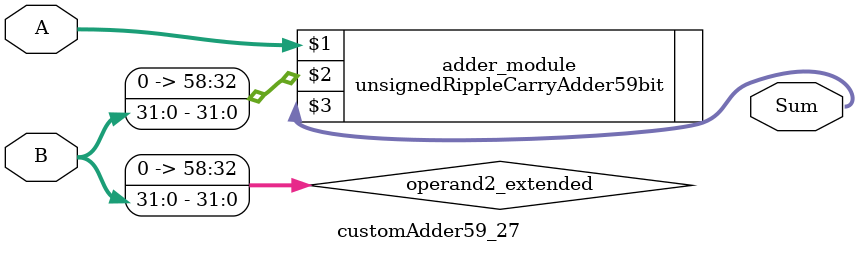
<source format=v>
module customAdder59_27(
                        input [58 : 0] A,
                        input [31 : 0] B,
                        
                        output [59 : 0] Sum
                );

        wire [58 : 0] operand2_extended;
        
        assign operand2_extended =  {27'b0, B};
        
        unsignedRippleCarryAdder59bit adder_module(
            A,
            operand2_extended,
            Sum
        );
        
        endmodule
        
</source>
